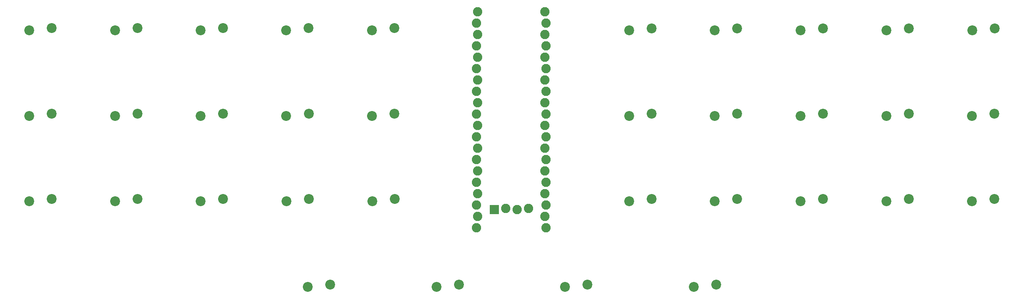
<source format=gbs>
G04 #@! TF.GenerationSoftware,KiCad,Pcbnew,6.0.7*
G04 #@! TF.CreationDate,2022-09-06T10:42:03+02:00*
G04 #@! TF.ProjectId,box_o_alps,626f785f-6f5f-4616-9c70-732e6b696361,rev?*
G04 #@! TF.SameCoordinates,Original*
G04 #@! TF.FileFunction,Soldermask,Bot*
G04 #@! TF.FilePolarity,Negative*
%FSLAX46Y46*%
G04 Gerber Fmt 4.6, Leading zero omitted, Abs format (unit mm)*
G04 Created by KiCad (PCBNEW 6.0.7) date 2022-09-06 10:42:03*
%MOMM*%
%LPD*%
G01*
G04 APERTURE LIST*
G04 Aperture macros list*
%AMRoundRect*
0 Rectangle with rounded corners*
0 $1 Rounding radius*
0 $2 $3 $4 $5 $6 $7 $8 $9 X,Y pos of 4 corners*
0 Add a 4 corners polygon primitive as box body*
4,1,4,$2,$3,$4,$5,$6,$7,$8,$9,$2,$3,0*
0 Add four circle primitives for the rounded corners*
1,1,$1+$1,$2,$3*
1,1,$1+$1,$4,$5*
1,1,$1+$1,$6,$7*
1,1,$1+$1,$8,$9*
0 Add four rect primitives between the rounded corners*
20,1,$1+$1,$2,$3,$4,$5,0*
20,1,$1+$1,$4,$5,$6,$7,0*
20,1,$1+$1,$6,$7,$8,$9,0*
20,1,$1+$1,$8,$9,$2,$3,0*%
G04 Aperture macros list end*
%ADD10C,2.200000*%
%ADD11C,2.082800*%
%ADD12RoundRect,0.101600X0.939800X-0.939800X0.939800X0.939800X-0.939800X0.939800X-0.939800X-0.939800X0*%
G04 APERTURE END LIST*
D10*
X167725000Y-66570000D03*
X162725000Y-67070000D03*
X72280000Y-66600000D03*
X67280000Y-67100000D03*
X53160000Y-28400000D03*
X48160000Y-28900000D03*
X53180000Y-66600000D03*
X48180000Y-67100000D03*
X34080000Y-47501250D03*
X29080000Y-48001250D03*
X53167500Y-47501250D03*
X48167500Y-48001250D03*
X91320000Y-28400000D03*
X86320000Y-28900000D03*
X181837500Y-28925000D03*
X186837500Y-28425000D03*
X181832500Y-48015000D03*
X186832500Y-47515000D03*
X186832500Y-66570000D03*
X181832500Y-67070000D03*
X110430000Y-47501250D03*
X105430000Y-48001250D03*
X110400000Y-28400000D03*
X105400000Y-28900000D03*
X72240000Y-28400000D03*
X67240000Y-28900000D03*
X162725000Y-28925000D03*
X167725000Y-28425000D03*
X162725000Y-48015000D03*
X167725000Y-47515000D03*
X110480000Y-66605000D03*
X105480000Y-67105000D03*
X200940000Y-48015000D03*
X205940000Y-47515000D03*
X72255000Y-47501250D03*
X67255000Y-48001250D03*
X244155000Y-66570000D03*
X239155000Y-67070000D03*
X239155000Y-48015000D03*
X244155000Y-47515000D03*
X239175000Y-28925000D03*
X244175000Y-28425000D03*
X34080000Y-28400000D03*
X29080000Y-28900000D03*
X205940000Y-66570000D03*
X200940000Y-67070000D03*
D11*
X129007000Y-24700000D03*
X128753000Y-27240000D03*
X129007000Y-29780000D03*
X128753000Y-32320000D03*
X129007000Y-34860000D03*
X128753000Y-37400000D03*
X129007000Y-39940000D03*
X128753000Y-42480000D03*
X129007000Y-45020000D03*
X128753000Y-47560000D03*
X129007000Y-50100000D03*
X128753000Y-52640000D03*
X129007000Y-55180000D03*
X128753000Y-57720000D03*
X129007000Y-60260000D03*
X128753000Y-62800000D03*
X129007000Y-65340000D03*
X128753000Y-67880000D03*
X129007000Y-70420000D03*
X128753000Y-72960000D03*
X144247000Y-72960000D03*
X143993000Y-70420000D03*
X144247000Y-67880000D03*
X143993000Y-65340000D03*
X144247000Y-62800000D03*
X143993000Y-60260000D03*
X144247000Y-57720000D03*
X143993000Y-55180000D03*
X144247000Y-52640000D03*
X143993000Y-50100000D03*
X144247000Y-47560000D03*
X143993000Y-45020000D03*
X144247000Y-42480000D03*
X143993000Y-39940000D03*
X144247000Y-37400000D03*
X143993000Y-34860000D03*
X144247000Y-32320000D03*
X143993000Y-29780000D03*
X144247000Y-27240000D03*
X143993000Y-24700000D03*
D12*
X132690000Y-68977000D03*
D11*
X135230000Y-68723000D03*
X137770000Y-68977000D03*
X140310000Y-68723000D03*
D10*
X220062500Y-28925000D03*
X225062500Y-28425000D03*
X220047500Y-48015000D03*
X225047500Y-47515000D03*
X91125000Y-86225000D03*
X96125000Y-85725000D03*
X177115000Y-86225000D03*
X182115000Y-85725000D03*
X34080000Y-66600000D03*
X29080000Y-67100000D03*
X225047500Y-66570000D03*
X220047500Y-67070000D03*
X91342500Y-47501250D03*
X86342500Y-48001250D03*
X91380000Y-66600000D03*
X86380000Y-67100000D03*
X200950000Y-28925000D03*
X205950000Y-28425000D03*
X148451666Y-86225000D03*
X153451666Y-85725000D03*
X119788333Y-86225000D03*
X124788333Y-85725000D03*
M02*

</source>
